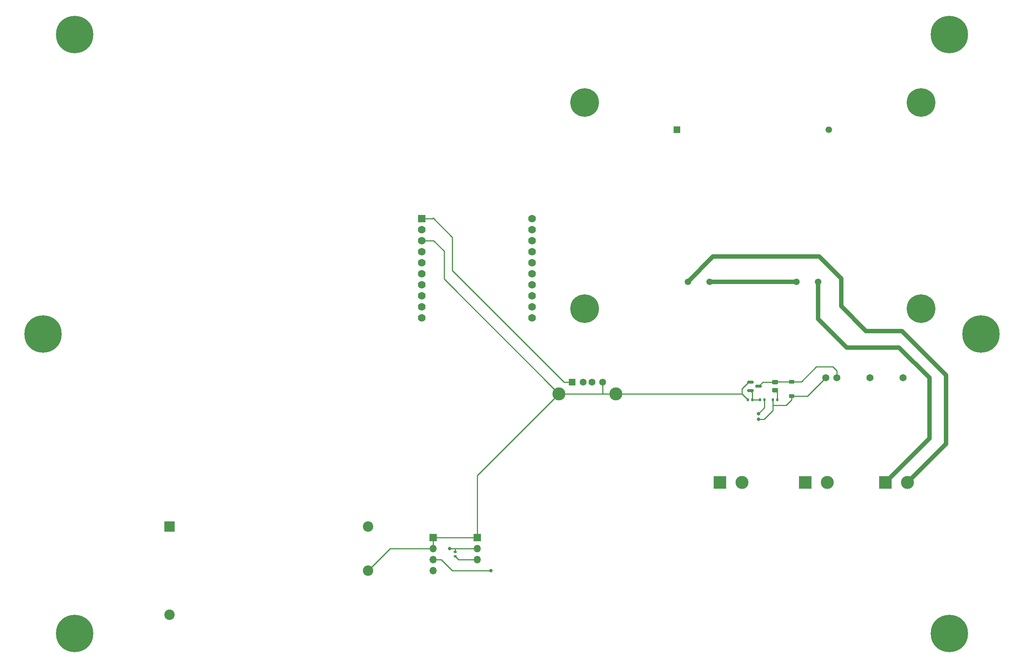
<source format=gtl>
%TF.GenerationSoftware,KiCad,Pcbnew,(6.0.0-0)*%
%TF.CreationDate,2022-10-14T11:13:41+02:00*%
%TF.ProjectId,prototype-1,70726f74-6f74-4797-9065-2d312e6b6963,rev?*%
%TF.SameCoordinates,Original*%
%TF.FileFunction,Copper,L1,Top*%
%TF.FilePolarity,Positive*%
%FSLAX46Y46*%
G04 Gerber Fmt 4.6, Leading zero omitted, Abs format (unit mm)*
G04 Created by KiCad (PCBNEW (6.0.0-0)) date 2022-10-14 11:13:41*
%MOMM*%
%LPD*%
G01*
G04 APERTURE LIST*
G04 Aperture macros list*
%AMRoundRect*
0 Rectangle with rounded corners*
0 $1 Rounding radius*
0 $2 $3 $4 $5 $6 $7 $8 $9 X,Y pos of 4 corners*
0 Add a 4 corners polygon primitive as box body*
4,1,4,$2,$3,$4,$5,$6,$7,$8,$9,$2,$3,0*
0 Add four circle primitives for the rounded corners*
1,1,$1+$1,$2,$3*
1,1,$1+$1,$4,$5*
1,1,$1+$1,$6,$7*
1,1,$1+$1,$8,$9*
0 Add four rect primitives between the rounded corners*
20,1,$1+$1,$2,$3,$4,$5,0*
20,1,$1+$1,$4,$5,$6,$7,0*
20,1,$1+$1,$6,$7,$8,$9,0*
20,1,$1+$1,$8,$9,$2,$3,0*%
G04 Aperture macros list end*
%TA.AperFunction,ComponentPad*%
%ADD10R,3.000000X3.000000*%
%TD*%
%TA.AperFunction,ComponentPad*%
%ADD11C,3.000000*%
%TD*%
%TA.AperFunction,ComponentPad*%
%ADD12R,1.600000X1.500000*%
%TD*%
%TA.AperFunction,ComponentPad*%
%ADD13C,1.600000*%
%TD*%
%TA.AperFunction,ComponentPad*%
%ADD14R,2.400000X2.400000*%
%TD*%
%TA.AperFunction,ComponentPad*%
%ADD15C,2.400000*%
%TD*%
%TA.AperFunction,ComponentPad*%
%ADD16C,0.900000*%
%TD*%
%TA.AperFunction,ComponentPad*%
%ADD17C,8.600000*%
%TD*%
%TA.AperFunction,SMDPad,CuDef*%
%ADD18RoundRect,0.135000X-0.135000X-0.185000X0.135000X-0.185000X0.135000X0.185000X-0.135000X0.185000X0*%
%TD*%
%TA.AperFunction,ComponentPad*%
%ADD19R,1.778000X1.778000*%
%TD*%
%TA.AperFunction,ComponentPad*%
%ADD20C,1.778000*%
%TD*%
%TA.AperFunction,ComponentPad*%
%ADD21R,1.700000X1.700000*%
%TD*%
%TA.AperFunction,ComponentPad*%
%ADD22O,1.700000X1.700000*%
%TD*%
%TA.AperFunction,SMDPad,CuDef*%
%ADD23RoundRect,0.150000X-0.587500X-0.150000X0.587500X-0.150000X0.587500X0.150000X-0.587500X0.150000X0*%
%TD*%
%TA.AperFunction,ComponentPad*%
%ADD24R,1.500000X1.500000*%
%TD*%
%TA.AperFunction,ComponentPad*%
%ADD25C,1.500000*%
%TD*%
%TA.AperFunction,ComponentPad*%
%ADD26C,6.600000*%
%TD*%
%TA.AperFunction,SMDPad,CuDef*%
%ADD27RoundRect,0.135000X-0.185000X0.135000X-0.185000X-0.135000X0.185000X-0.135000X0.185000X0.135000X0*%
%TD*%
%TA.AperFunction,SMDPad,CuDef*%
%ADD28RoundRect,0.243750X-0.456250X0.243750X-0.456250X-0.243750X0.456250X-0.243750X0.456250X0.243750X0*%
%TD*%
%TA.AperFunction,SMDPad,CuDef*%
%ADD29RoundRect,0.135000X0.135000X0.185000X-0.135000X0.185000X-0.135000X-0.185000X0.135000X-0.185000X0*%
%TD*%
%TA.AperFunction,SMDPad,CuDef*%
%ADD30R,1.200000X0.900000*%
%TD*%
%TA.AperFunction,ComponentPad*%
%ADD31C,1.650000*%
%TD*%
%TA.AperFunction,ViaPad*%
%ADD32C,0.800000*%
%TD*%
%TA.AperFunction,Conductor*%
%ADD33C,0.250000*%
%TD*%
%TA.AperFunction,Conductor*%
%ADD34C,1.000000*%
%TD*%
G04 APERTURE END LIST*
D10*
%TO.P,J4,1,Pin_1*%
%TO.N,Net-(J4-Pad1)*%
X193040000Y-124460000D03*
D11*
%TO.P,J4,2,Pin_2*%
%TO.N,Net-(J4-Pad2)*%
X198120000Y-124460000D03*
%TD*%
D12*
%TO.P,J1,1,VBUS*%
%TO.N,+5V*%
X159060000Y-101320000D03*
D13*
%TO.P,J1,2,D-*%
%TO.N,unconnected-(J1-Pad2)*%
X161560000Y-101320000D03*
%TO.P,J1,3,D+*%
%TO.N,unconnected-(J1-Pad3)*%
X163560000Y-101320000D03*
%TO.P,J1,4,GND*%
%TO.N,GND*%
X166060000Y-101320000D03*
D11*
%TO.P,J1,5,Shield*%
X155990000Y-104030000D03*
X169130000Y-104030000D03*
%TD*%
D14*
%TO.P,PS1,1,AC/N*%
%TO.N,Net-(J4-Pad2)*%
X66292500Y-134612500D03*
D15*
%TO.P,PS1,2,AC/L*%
%TO.N,Net-(J4-Pad1)*%
X66292500Y-154932500D03*
%TO.P,PS1,3,-Vo*%
%TO.N,GND*%
X112012500Y-144772500D03*
%TO.P,PS1,4,+Vo*%
%TO.N,+5V*%
X112012500Y-134612500D03*
%TD*%
D16*
%TO.P,REF\u002A\u002A,1*%
%TO.N,N/C*%
X248180419Y-161520419D03*
X245900000Y-162465000D03*
X243619581Y-156959581D03*
D17*
X245900000Y-159240000D03*
D16*
X243619581Y-161520419D03*
X245900000Y-156015000D03*
X249125000Y-159240000D03*
X248180419Y-156959581D03*
X242675000Y-159240000D03*
%TD*%
D18*
%TO.P,R4,1*%
%TO.N,+5V*%
X205230000Y-105410000D03*
%TO.P,R4,2*%
%TO.N,Net-(D1-Pad2)*%
X206250000Y-105410000D03*
%TD*%
%TO.P,R2,1*%
%TO.N,Net-(Q1-Pad2)*%
X202320000Y-105410000D03*
%TO.P,R2,2*%
%TO.N,Net-(R2-Pad2)*%
X203340000Y-105410000D03*
%TD*%
D10*
%TO.P,J5,1,Pin_1*%
%TO.N,Net-(J5-Pad1)*%
X212725000Y-124460000D03*
D11*
%TO.P,J5,2,Pin_2*%
%TO.N,Net-(J4-Pad2)*%
X217805000Y-124460000D03*
%TD*%
D19*
%TO.P,U1,1,+5V*%
%TO.N,+5V*%
X124420000Y-63630000D03*
D20*
%TO.P,U1,2,+3.3V_(out)*%
%TO.N,+3V3*%
X124420000Y-66170000D03*
%TO.P,U1,3,GND*%
%TO.N,GND*%
X124420000Y-68710000D03*
%TO.P,U1,4,ESP_EN*%
%TO.N,unconnected-(U1-Pad4)*%
X124420000Y-71250000D03*
%TO.P,U1,5,GPIO0*%
%TO.N,unconnected-(U1-Pad5)*%
X124420000Y-73790000D03*
%TO.P,U1,6,GPIO1*%
%TO.N,unconnected-(U1-Pad6)*%
X124420000Y-76330000D03*
%TO.P,U1,7,GPIO2*%
%TO.N,unconnected-(U1-Pad7)*%
X124420000Y-78870000D03*
%TO.P,U1,8,GPIO3*%
%TO.N,unconnected-(U1-Pad8)*%
X124420000Y-81410000D03*
%TO.P,U1,9,GPIO4*%
%TO.N,unconnected-(U1-Pad9)*%
X124420000Y-83950000D03*
%TO.P,U1,10,GPIO5*%
%TO.N,unconnected-(U1-Pad10)*%
X124420000Y-86490000D03*
%TO.P,U1,11,GPIO13*%
%TO.N,unconnected-(U1-Pad11)*%
X149820000Y-86490000D03*
%TO.P,U1,12,GPIO14*%
%TO.N,unconnected-(U1-Pad12)*%
X149820000Y-83950000D03*
%TO.P,U1,13,GPIO15*%
%TO.N,unconnected-(U1-Pad13)*%
X149820000Y-81410000D03*
%TO.P,U1,14,GPIO16*%
%TO.N,unconnected-(U1-Pad14)*%
X149820000Y-78870000D03*
%TO.P,U1,15,GPIO32*%
%TO.N,unconnected-(U1-Pad15)*%
X149820000Y-76330000D03*
%TO.P,U1,16,GPIO33*%
%TO.N,Net-(R2-Pad2)*%
X149820000Y-73790000D03*
%TO.P,U1,17,GPIO34*%
%TO.N,unconnected-(U1-Pad17)*%
X149820000Y-71250000D03*
%TO.P,U1,18,GPIO35*%
%TO.N,Net-(J2-Pad3)*%
X149820000Y-68710000D03*
%TO.P,U1,19,GPIO36*%
%TO.N,Net-(J3-Pad4)*%
X149820000Y-66170000D03*
%TO.P,U1,20,GPIO39*%
%TO.N,unconnected-(U1-Pad20)*%
X149820000Y-63630000D03*
%TD*%
D16*
%TO.P,REF\u002A\u002A,1*%
%TO.N,N/C*%
X46780419Y-161520419D03*
X44500000Y-162465000D03*
X42219581Y-156959581D03*
D17*
X44500000Y-159240000D03*
D16*
X42219581Y-161520419D03*
X44500000Y-156015000D03*
X47725000Y-159240000D03*
X46780419Y-156959581D03*
X41275000Y-159240000D03*
%TD*%
D21*
%TO.P,J3,1,Pin_1*%
%TO.N,GND*%
X127000000Y-137160000D03*
D22*
%TO.P,J3,2,Pin_2*%
X127000000Y-139700000D03*
%TO.P,J3,3,Pin_3*%
%TO.N,+5V*%
X127000000Y-142240000D03*
%TO.P,J3,4,Pin_4*%
%TO.N,Net-(J3-Pad4)*%
X127000000Y-144780000D03*
%TD*%
D16*
%TO.P,REF\u002A\u002A,1*%
%TO.N,N/C*%
X46780419Y-23520419D03*
X44500000Y-24465000D03*
X42219581Y-18959581D03*
D17*
X44500000Y-21240000D03*
D16*
X42219581Y-23520419D03*
X44500000Y-18015000D03*
X47725000Y-21240000D03*
X46780419Y-18959581D03*
X41275000Y-21240000D03*
%TD*%
D10*
%TO.P,J6,1,Pin_1*%
%TO.N,Net-(J6-Pad1)*%
X231140000Y-124460000D03*
D11*
%TO.P,J6,2,Pin_2*%
%TO.N,Net-(J6-Pad2)*%
X236220000Y-124460000D03*
%TD*%
D23*
%TO.P,Q1,1,E*%
%TO.N,GND*%
X200112500Y-101355000D03*
%TO.P,Q1,2,B*%
%TO.N,Net-(Q1-Pad2)*%
X200112500Y-103255000D03*
%TO.P,Q1,3,C*%
%TO.N,Net-(D1-Pad1)*%
X201987500Y-102305000D03*
%TD*%
D21*
%TO.P,J2,1,Pin_1*%
%TO.N,GND*%
X137160000Y-137160000D03*
D22*
%TO.P,J2,2,Pin_2*%
%TO.N,+3V3*%
X137160000Y-139700000D03*
%TO.P,J2,3,Pin_3*%
%TO.N,Net-(J2-Pad3)*%
X137160000Y-142240000D03*
%TD*%
D24*
%TO.P,T1,1,AA*%
%TO.N,Net-(J5-Pad1)*%
X183160000Y-43180000D03*
D25*
%TO.P,T1,2,AB*%
%TO.N,Net-(J4-Pad2)*%
X218160000Y-43180000D03*
%TO.P,T1,3,SA*%
%TO.N,Net-(J6-Pad1)*%
X215660000Y-78180000D03*
%TO.P,T1,4,SB*%
%TO.N,Net-(T1-Pad4)*%
X210660000Y-78180000D03*
%TO.P,T1,5,SC*%
X190660000Y-78180000D03*
%TO.P,T1,6,SD*%
%TO.N,Net-(J6-Pad2)*%
X185660000Y-78180000D03*
D26*
%TO.P,T1,MH1*%
%TO.N,N/C*%
X161910000Y-36930000D03*
%TO.P,T1,MH2*%
X239410000Y-36930000D03*
%TO.P,T1,MH3*%
X239410000Y-84430000D03*
%TO.P,T1,MH4*%
X161910000Y-84430000D03*
%TD*%
D16*
%TO.P,REF\u002A\u002A,1*%
%TO.N,N/C*%
X39480419Y-92520419D03*
X37200000Y-93465000D03*
X34919581Y-87959581D03*
D17*
X37200000Y-90240000D03*
D16*
X34919581Y-92520419D03*
X37200000Y-87015000D03*
X40425000Y-90240000D03*
X39480419Y-87959581D03*
X33975000Y-90240000D03*
%TD*%
%TO.P,REF\u002A\u002A,1*%
%TO.N,N/C*%
X255480419Y-92520419D03*
X253200000Y-93465000D03*
X250919581Y-87959581D03*
D17*
X253200000Y-90240000D03*
D16*
X250919581Y-92520419D03*
X253200000Y-87015000D03*
X256425000Y-90240000D03*
X255480419Y-87959581D03*
X249975000Y-90240000D03*
%TD*%
D27*
%TO.P,R1,1*%
%TO.N,+3V3*%
X132080000Y-140460000D03*
%TO.P,R1,2*%
%TO.N,Net-(J2-Pad3)*%
X132080000Y-141480000D03*
%TD*%
D28*
%TO.P,D1,1,K*%
%TO.N,Net-(D1-Pad1)*%
X205740000Y-101297500D03*
%TO.P,D1,2,A*%
%TO.N,Net-(D1-Pad2)*%
X205740000Y-103172500D03*
%TD*%
D16*
%TO.P,REF\u002A\u002A,1*%
%TO.N,N/C*%
X248180419Y-23520419D03*
X245900000Y-24465000D03*
X243619581Y-18959581D03*
D17*
X245900000Y-21240000D03*
D16*
X243619581Y-23520419D03*
X245900000Y-18015000D03*
X249125000Y-21240000D03*
X248180419Y-18959581D03*
X242675000Y-21240000D03*
%TD*%
D29*
%TO.P,R3,1*%
%TO.N,Net-(Q1-Pad2)*%
X200535000Y-105410000D03*
%TO.P,R3,2*%
%TO.N,GND*%
X199515000Y-105410000D03*
%TD*%
D30*
%TO.P,D2,1,K*%
%TO.N,+5V*%
X209550000Y-104520000D03*
%TO.P,D2,2,A*%
%TO.N,Net-(D1-Pad1)*%
X209550000Y-101220000D03*
%TD*%
D31*
%TO.P,K1,1*%
%TO.N,+5V*%
X217433080Y-100340000D03*
%TO.P,K1,2*%
%TO.N,Net-(D1-Pad1)*%
X219973080Y-100340000D03*
%TO.P,K1,5*%
%TO.N,Net-(J4-Pad1)*%
X227593080Y-100340000D03*
%TO.P,K1,8*%
%TO.N,Net-(J5-Pad1)*%
X235213080Y-100340000D03*
%TD*%
D32*
%TO.N,+5V*%
X201930000Y-109855000D03*
X140335000Y-144780000D03*
%TO.N,+3V3*%
X130810000Y-139700000D03*
%TO.N,Net-(R2-Pad2)*%
X201930000Y-108585000D03*
%TD*%
D33*
%TO.N,Net-(D1-Pad1)*%
X202995000Y-101297500D02*
X201987500Y-102305000D01*
X205817500Y-101220000D02*
X205740000Y-101297500D01*
X211835000Y-101220000D02*
X215265000Y-97790000D01*
X209550000Y-101220000D02*
X211835000Y-101220000D01*
X215265000Y-97790000D02*
X219075000Y-97790000D01*
X219973080Y-98688080D02*
X219973080Y-100340000D01*
X219075000Y-97790000D02*
X219973080Y-98688080D01*
X209550000Y-101220000D02*
X205817500Y-101220000D01*
X205740000Y-101297500D02*
X202995000Y-101297500D01*
%TO.N,Net-(D1-Pad2)*%
X206250000Y-103682500D02*
X205740000Y-103172500D01*
X206250000Y-105410000D02*
X206250000Y-103682500D01*
%TO.N,+5V*%
X128905000Y-142240000D02*
X127000000Y-142240000D01*
X208280000Y-106680000D02*
X205355000Y-106680000D01*
X205230000Y-107825000D02*
X205230000Y-106555000D01*
X131445000Y-75565000D02*
X131445000Y-67945000D01*
X126870000Y-63630000D02*
X124420000Y-63630000D01*
X131445000Y-67945000D02*
X127000000Y-63500000D01*
X127000000Y-63500000D02*
X126870000Y-63630000D01*
X217433080Y-100340000D02*
X213253080Y-104520000D01*
X205355000Y-106680000D02*
X205230000Y-106555000D01*
X213253080Y-104520000D02*
X209550000Y-104520000D01*
X205230000Y-106555000D02*
X205230000Y-105410000D01*
X140335000Y-144780000D02*
X131445000Y-144780000D01*
X209550000Y-104520000D02*
X209550000Y-105410000D01*
X203200000Y-109855000D02*
X205230000Y-107825000D01*
X157200000Y-101320000D02*
X131445000Y-75565000D01*
X209550000Y-105410000D02*
X208280000Y-106680000D01*
X159060000Y-101320000D02*
X157200000Y-101320000D01*
X131445000Y-144780000D02*
X128905000Y-142240000D01*
X201930000Y-109855000D02*
X203200000Y-109855000D01*
%TO.N,GND*%
X199515000Y-105410000D02*
X198135000Y-104030000D01*
X199635000Y-101355000D02*
X198120000Y-102870000D01*
X198120000Y-102870000D02*
X198120000Y-104015000D01*
X137160000Y-137160000D02*
X127000000Y-137160000D01*
X166260000Y-104030000D02*
X169130000Y-104030000D01*
X155990000Y-104030000D02*
X166260000Y-104030000D01*
X127000000Y-139700000D02*
X117085000Y-139700000D01*
X117085000Y-139700000D02*
X112012500Y-144772500D01*
X166060000Y-101320000D02*
X166060000Y-103830000D01*
X198120000Y-104015000D02*
X198135000Y-104030000D01*
X166060000Y-103830000D02*
X166260000Y-104030000D01*
X137160000Y-137160000D02*
X137160000Y-122860000D01*
X127000000Y-137160000D02*
X127000000Y-139700000D01*
X129540000Y-77580000D02*
X129540000Y-71120000D01*
X129540000Y-71120000D02*
X127130000Y-68710000D01*
X200112500Y-101355000D02*
X199635000Y-101355000D01*
X137160000Y-122860000D02*
X155990000Y-104030000D01*
X155990000Y-104030000D02*
X129540000Y-77580000D01*
X198135000Y-104030000D02*
X169130000Y-104030000D01*
X127130000Y-68710000D02*
X124420000Y-68710000D01*
%TO.N,+3V3*%
X132080000Y-139700000D02*
X131445000Y-139700000D01*
X131445000Y-139700000D02*
X130810000Y-139700000D01*
X132840000Y-139700000D02*
X132080000Y-139700000D01*
X137160000Y-139700000D02*
X132840000Y-139700000D01*
X132080000Y-140460000D02*
X132080000Y-139700000D01*
%TO.N,Net-(J2-Pad3)*%
X132840000Y-142240000D02*
X132080000Y-141480000D01*
X137160000Y-142240000D02*
X132840000Y-142240000D01*
D34*
%TO.N,Net-(J6-Pad1)*%
X222250000Y-93345000D02*
X215660000Y-86755000D01*
X234315000Y-93345000D02*
X222250000Y-93345000D01*
X231140000Y-124460000D02*
X241300000Y-114300000D01*
X241300000Y-100330000D02*
X234315000Y-93345000D01*
X215660000Y-86755000D02*
X215660000Y-78180000D01*
X241300000Y-114300000D02*
X241300000Y-100330000D01*
%TO.N,Net-(J6-Pad2)*%
X245110000Y-115570000D02*
X245110000Y-99695000D01*
X236220000Y-124460000D02*
X245110000Y-115570000D01*
X226695000Y-89535000D02*
X220980000Y-83820000D01*
X191450000Y-72390000D02*
X185660000Y-78180000D01*
X215900000Y-72390000D02*
X191450000Y-72390000D01*
X245110000Y-99695000D02*
X234950000Y-89535000D01*
X220980000Y-77470000D02*
X215900000Y-72390000D01*
X220980000Y-83820000D02*
X220980000Y-77470000D01*
X234950000Y-89535000D02*
X226695000Y-89535000D01*
D33*
%TO.N,Net-(Q1-Pad2)*%
X200535000Y-105410000D02*
X200535000Y-103677500D01*
X200535000Y-103677500D02*
X200112500Y-103255000D01*
X202320000Y-105410000D02*
X200535000Y-105410000D01*
%TO.N,Net-(R2-Pad2)*%
X203340000Y-107175000D02*
X203340000Y-105410000D01*
X201930000Y-108585000D02*
X203340000Y-107175000D01*
D34*
%TO.N,Net-(T1-Pad4)*%
X190660000Y-78180000D02*
X210660000Y-78180000D01*
%TD*%
M02*

</source>
